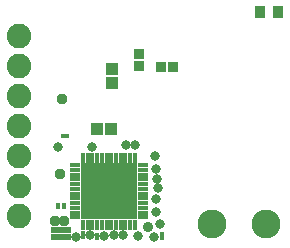
<source format=gbr>
G04 EAGLE Gerber X2 export*
%TF.Part,Single*%
%TF.FileFunction,Soldermask,Top,1*%
%TF.FilePolarity,Negative*%
%TF.GenerationSoftware,Autodesk,EAGLE,9.0.0*%
%TF.CreationDate,2018-06-19T20:47:43Z*%
G75*
%MOMM*%
%FSLAX34Y34*%
%LPD*%
%AMOC8*
5,1,8,0,0,1.08239X$1,22.5*%
G01*
%ADD10R,0.457200X0.381000*%
%ADD11R,1.053200X1.103200*%
%ADD12R,0.381000X0.457200*%
%ADD13R,0.453200X0.503200*%
%ADD14R,1.803200X0.553200*%
%ADD15C,2.082800*%
%ADD16R,1.103200X1.053200*%
%ADD17R,0.953200X0.953200*%
%ADD18R,0.853200X1.003200*%
%ADD19R,0.433200X0.883200*%
%ADD20R,4.803200X4.803200*%
%ADD21R,0.883200X0.433200*%
%ADD22C,0.812800*%
%ADD23C,0.863600*%
%ADD24C,2.453200*%
%ADD25C,0.959600*%
%ADD26C,0.909600*%


D10*
X96919Y6708D03*
X96919Y3406D03*
D11*
X42203Y95563D03*
X53803Y95563D03*
D10*
X42337Y6161D03*
X42337Y2859D03*
X30291Y7703D03*
X30291Y4401D03*
D12*
X16635Y89315D03*
X13333Y89315D03*
D13*
X13940Y30568D03*
X8940Y30568D03*
D14*
X11791Y3828D03*
X11791Y10328D03*
D15*
X-23592Y174080D03*
X-23592Y148680D03*
X-23592Y123280D03*
X-23592Y97880D03*
X-23592Y72480D03*
X-23592Y47080D03*
X-23592Y21680D03*
D16*
X55091Y134452D03*
X55091Y146052D03*
D17*
X78000Y148500D03*
X78000Y159000D03*
D18*
X180524Y194470D03*
X195524Y194470D03*
D17*
X106611Y147622D03*
X96111Y147622D03*
D19*
X30366Y14181D03*
D20*
X52366Y42781D03*
D19*
X34366Y14181D03*
X38366Y14181D03*
X42366Y14181D03*
X46366Y14181D03*
X50366Y14181D03*
X54366Y14181D03*
X58366Y14181D03*
X62366Y14181D03*
X66366Y14181D03*
X70366Y14181D03*
X74366Y14181D03*
D21*
X80966Y20781D03*
X80966Y24781D03*
X80966Y28781D03*
X80966Y32781D03*
X80966Y36781D03*
X80966Y40781D03*
X80966Y44781D03*
X80966Y48781D03*
X80966Y52781D03*
X80966Y56781D03*
X80966Y60781D03*
X80966Y64781D03*
D19*
X74366Y71381D03*
X70366Y71381D03*
X66366Y71381D03*
X62366Y71381D03*
X58366Y71381D03*
X54366Y71381D03*
X50366Y71381D03*
X46366Y71381D03*
X42366Y71381D03*
X38366Y71381D03*
X34366Y71381D03*
X30366Y71381D03*
D21*
X23766Y64781D03*
X23766Y60781D03*
X23766Y56781D03*
X23766Y52781D03*
X23766Y48781D03*
X23766Y44781D03*
X23766Y40781D03*
X23766Y36781D03*
X23766Y32781D03*
X23766Y28781D03*
X23766Y24781D03*
X23766Y20781D03*
D22*
X90966Y72998D03*
X38089Y80475D03*
X9312Y80632D03*
X66495Y82027D03*
X74386Y81680D03*
X93684Y45471D03*
X93202Y53091D03*
X92615Y61222D03*
X64690Y5768D03*
X92396Y36639D03*
D23*
X71492Y41715D03*
D22*
X46000Y61500D03*
X46000Y51500D03*
X38500Y44000D03*
X46000Y31500D03*
X36000Y26500D03*
X95558Y14913D03*
X36362Y6057D03*
X24372Y4260D03*
D24*
X140000Y15000D03*
D25*
X14651Y17935D03*
X6585Y17628D03*
D26*
X85493Y12696D03*
D22*
X90593Y3822D03*
D25*
X11000Y57397D03*
X12835Y120835D03*
D22*
X48613Y4541D03*
X77104Y5134D03*
D24*
X185000Y15000D03*
D22*
X56502Y6055D03*
X92083Y24841D03*
M02*

</source>
